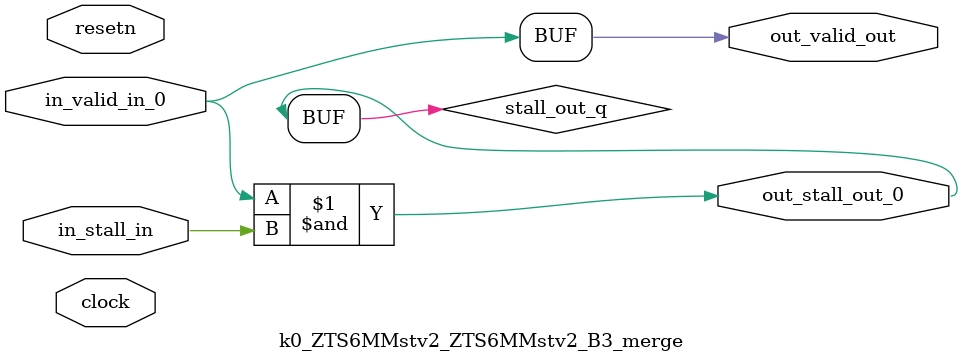
<source format=sv>



(* altera_attribute = "-name AUTO_SHIFT_REGISTER_RECOGNITION OFF; -name MESSAGE_DISABLE 10036; -name MESSAGE_DISABLE 10037; -name MESSAGE_DISABLE 14130; -name MESSAGE_DISABLE 14320; -name MESSAGE_DISABLE 15400; -name MESSAGE_DISABLE 14130; -name MESSAGE_DISABLE 10036; -name MESSAGE_DISABLE 12020; -name MESSAGE_DISABLE 12030; -name MESSAGE_DISABLE 12010; -name MESSAGE_DISABLE 12110; -name MESSAGE_DISABLE 14320; -name MESSAGE_DISABLE 13410; -name MESSAGE_DISABLE 113007; -name MESSAGE_DISABLE 10958" *)
module k0_ZTS6MMstv2_ZTS6MMstv2_B3_merge (
    input wire [0:0] in_stall_in,
    input wire [0:0] in_valid_in_0,
    output wire [0:0] out_stall_out_0,
    output wire [0:0] out_valid_out,
    input wire clock,
    input wire resetn
    );

    wire [0:0] stall_out_q;


    // stall_out(LOGICAL,6)
    assign stall_out_q = in_valid_in_0 & in_stall_in;

    // out_stall_out_0(GPOUT,4)
    assign out_stall_out_0 = stall_out_q;

    // out_valid_out(GPOUT,5)
    assign out_valid_out = in_valid_in_0;

endmodule

</source>
